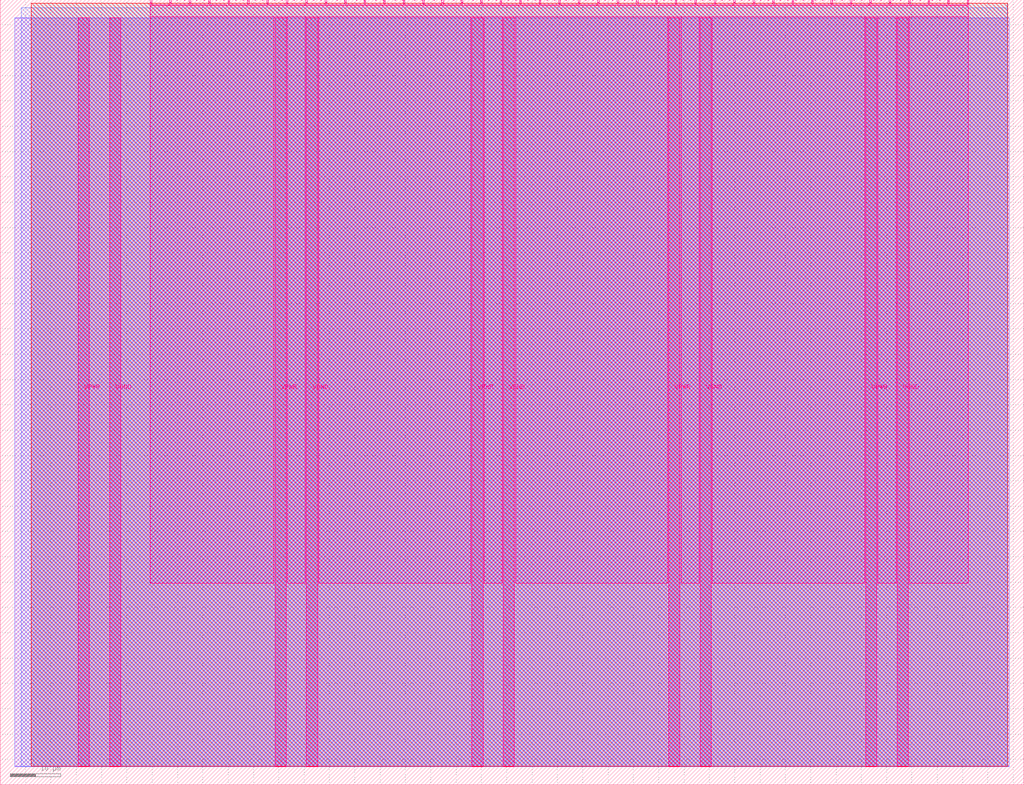
<source format=lef>
VERSION 5.7 ;
  NOWIREEXTENSIONATPIN ON ;
  DIVIDERCHAR "/" ;
  BUSBITCHARS "[]" ;
MACRO tt_um_histogramming
  CLASS BLOCK ;
  FOREIGN tt_um_histogramming ;
  ORIGIN 0.000 0.000 ;
  SIZE 202.080 BY 154.980 ;
  PIN VGND
    DIRECTION INOUT ;
    USE GROUND ;
    PORT
      LAYER Metal5 ;
        RECT 21.580 3.560 23.780 151.420 ;
    END
    PORT
      LAYER Metal5 ;
        RECT 60.450 3.560 62.650 151.420 ;
    END
    PORT
      LAYER Metal5 ;
        RECT 99.320 3.560 101.520 151.420 ;
    END
    PORT
      LAYER Metal5 ;
        RECT 138.190 3.560 140.390 151.420 ;
    END
    PORT
      LAYER Metal5 ;
        RECT 177.060 3.560 179.260 151.420 ;
    END
  END VGND
  PIN VPWR
    DIRECTION INOUT ;
    USE POWER ;
    PORT
      LAYER Metal5 ;
        RECT 15.380 3.560 17.580 151.420 ;
    END
    PORT
      LAYER Metal5 ;
        RECT 54.250 3.560 56.450 151.420 ;
    END
    PORT
      LAYER Metal5 ;
        RECT 93.120 3.560 95.320 151.420 ;
    END
    PORT
      LAYER Metal5 ;
        RECT 131.990 3.560 134.190 151.420 ;
    END
    PORT
      LAYER Metal5 ;
        RECT 170.860 3.560 173.060 151.420 ;
    END
  END VPWR
  PIN clk
    DIRECTION INPUT ;
    USE SIGNAL ;
    ANTENNAGATEAREA 0.213200 ;
    PORT
      LAYER Metal5 ;
        RECT 187.050 153.980 187.350 154.980 ;
    END
  END clk
  PIN ena
    DIRECTION INPUT ;
    USE SIGNAL ;
    ANTENNAGATEAREA 0.213200 ;
    PORT
      LAYER Metal5 ;
        RECT 190.890 153.980 191.190 154.980 ;
    END
  END ena
  PIN rst_n
    DIRECTION INPUT ;
    USE SIGNAL ;
    ANTENNAGATEAREA 0.213200 ;
    PORT
      LAYER Metal5 ;
        RECT 183.210 153.980 183.510 154.980 ;
    END
  END rst_n
  PIN ui_in[0]
    DIRECTION INPUT ;
    USE SIGNAL ;
    ANTENNAGATEAREA 0.180700 ;
    PORT
      LAYER Metal5 ;
        RECT 179.370 153.980 179.670 154.980 ;
    END
  END ui_in[0]
  PIN ui_in[1]
    DIRECTION INPUT ;
    USE SIGNAL ;
    ANTENNAGATEAREA 0.213200 ;
    PORT
      LAYER Metal5 ;
        RECT 175.530 153.980 175.830 154.980 ;
    END
  END ui_in[1]
  PIN ui_in[2]
    DIRECTION INPUT ;
    USE SIGNAL ;
    ANTENNAGATEAREA 0.213200 ;
    PORT
      LAYER Metal5 ;
        RECT 171.690 153.980 171.990 154.980 ;
    END
  END ui_in[2]
  PIN ui_in[3]
    DIRECTION INPUT ;
    USE SIGNAL ;
    ANTENNAGATEAREA 0.213200 ;
    PORT
      LAYER Metal5 ;
        RECT 167.850 153.980 168.150 154.980 ;
    END
  END ui_in[3]
  PIN ui_in[4]
    DIRECTION INPUT ;
    USE SIGNAL ;
    ANTENNAGATEAREA 0.180700 ;
    PORT
      LAYER Metal5 ;
        RECT 164.010 153.980 164.310 154.980 ;
    END
  END ui_in[4]
  PIN ui_in[5]
    DIRECTION INPUT ;
    USE SIGNAL ;
    ANTENNAGATEAREA 0.361400 ;
    PORT
      LAYER Metal5 ;
        RECT 160.170 153.980 160.470 154.980 ;
    END
  END ui_in[5]
  PIN ui_in[6]
    DIRECTION INPUT ;
    USE SIGNAL ;
    PORT
      LAYER Metal5 ;
        RECT 156.330 153.980 156.630 154.980 ;
    END
  END ui_in[6]
  PIN ui_in[7]
    DIRECTION INPUT ;
    USE SIGNAL ;
    ANTENNAGATEAREA 0.180700 ;
    PORT
      LAYER Metal5 ;
        RECT 152.490 153.980 152.790 154.980 ;
    END
  END ui_in[7]
  PIN uio_in[0]
    DIRECTION INPUT ;
    USE SIGNAL ;
    PORT
      LAYER Metal5 ;
        RECT 148.650 153.980 148.950 154.980 ;
    END
  END uio_in[0]
  PIN uio_in[1]
    DIRECTION INPUT ;
    USE SIGNAL ;
    PORT
      LAYER Metal5 ;
        RECT 144.810 153.980 145.110 154.980 ;
    END
  END uio_in[1]
  PIN uio_in[2]
    DIRECTION INPUT ;
    USE SIGNAL ;
    PORT
      LAYER Metal5 ;
        RECT 140.970 153.980 141.270 154.980 ;
    END
  END uio_in[2]
  PIN uio_in[3]
    DIRECTION INPUT ;
    USE SIGNAL ;
    PORT
      LAYER Metal5 ;
        RECT 137.130 153.980 137.430 154.980 ;
    END
  END uio_in[3]
  PIN uio_in[4]
    DIRECTION INPUT ;
    USE SIGNAL ;
    PORT
      LAYER Metal5 ;
        RECT 133.290 153.980 133.590 154.980 ;
    END
  END uio_in[4]
  PIN uio_in[5]
    DIRECTION INPUT ;
    USE SIGNAL ;
    PORT
      LAYER Metal5 ;
        RECT 129.450 153.980 129.750 154.980 ;
    END
  END uio_in[5]
  PIN uio_in[6]
    DIRECTION INPUT ;
    USE SIGNAL ;
    PORT
      LAYER Metal5 ;
        RECT 125.610 153.980 125.910 154.980 ;
    END
  END uio_in[6]
  PIN uio_in[7]
    DIRECTION INPUT ;
    USE SIGNAL ;
    PORT
      LAYER Metal5 ;
        RECT 121.770 153.980 122.070 154.980 ;
    END
  END uio_in[7]
  PIN uio_oe[0]
    DIRECTION OUTPUT ;
    USE SIGNAL ;
    ANTENNADIFFAREA 0.392700 ;
    PORT
      LAYER Metal5 ;
        RECT 56.490 153.980 56.790 154.980 ;
    END
  END uio_oe[0]
  PIN uio_oe[1]
    DIRECTION OUTPUT ;
    USE SIGNAL ;
    ANTENNADIFFAREA 0.392700 ;
    PORT
      LAYER Metal5 ;
        RECT 52.650 153.980 52.950 154.980 ;
    END
  END uio_oe[1]
  PIN uio_oe[2]
    DIRECTION OUTPUT ;
    USE SIGNAL ;
    ANTENNADIFFAREA 0.392700 ;
    PORT
      LAYER Metal5 ;
        RECT 48.810 153.980 49.110 154.980 ;
    END
  END uio_oe[2]
  PIN uio_oe[3]
    DIRECTION OUTPUT ;
    USE SIGNAL ;
    ANTENNADIFFAREA 0.392700 ;
    PORT
      LAYER Metal5 ;
        RECT 44.970 153.980 45.270 154.980 ;
    END
  END uio_oe[3]
  PIN uio_oe[4]
    DIRECTION OUTPUT ;
    USE SIGNAL ;
    ANTENNADIFFAREA 0.392700 ;
    PORT
      LAYER Metal5 ;
        RECT 41.130 153.980 41.430 154.980 ;
    END
  END uio_oe[4]
  PIN uio_oe[5]
    DIRECTION OUTPUT ;
    USE SIGNAL ;
    ANTENNADIFFAREA 0.392700 ;
    PORT
      LAYER Metal5 ;
        RECT 37.290 153.980 37.590 154.980 ;
    END
  END uio_oe[5]
  PIN uio_oe[6]
    DIRECTION OUTPUT ;
    USE SIGNAL ;
    ANTENNADIFFAREA 0.392700 ;
    PORT
      LAYER Metal5 ;
        RECT 33.450 153.980 33.750 154.980 ;
    END
  END uio_oe[6]
  PIN uio_oe[7]
    DIRECTION OUTPUT ;
    USE SIGNAL ;
    ANTENNADIFFAREA 0.392700 ;
    PORT
      LAYER Metal5 ;
        RECT 29.610 153.980 29.910 154.980 ;
    END
  END uio_oe[7]
  PIN uio_out[0]
    DIRECTION OUTPUT ;
    USE SIGNAL ;
    ANTENNADIFFAREA 0.299200 ;
    PORT
      LAYER Metal5 ;
        RECT 87.210 153.980 87.510 154.980 ;
    END
  END uio_out[0]
  PIN uio_out[1]
    DIRECTION OUTPUT ;
    USE SIGNAL ;
    ANTENNADIFFAREA 0.299200 ;
    PORT
      LAYER Metal5 ;
        RECT 83.370 153.980 83.670 154.980 ;
    END
  END uio_out[1]
  PIN uio_out[2]
    DIRECTION OUTPUT ;
    USE SIGNAL ;
    ANTENNADIFFAREA 0.654800 ;
    PORT
      LAYER Metal5 ;
        RECT 79.530 153.980 79.830 154.980 ;
    END
  END uio_out[2]
  PIN uio_out[3]
    DIRECTION OUTPUT ;
    USE SIGNAL ;
    ANTENNADIFFAREA 0.654800 ;
    PORT
      LAYER Metal5 ;
        RECT 75.690 153.980 75.990 154.980 ;
    END
  END uio_out[3]
  PIN uio_out[4]
    DIRECTION OUTPUT ;
    USE SIGNAL ;
    ANTENNADIFFAREA 0.654800 ;
    PORT
      LAYER Metal5 ;
        RECT 71.850 153.980 72.150 154.980 ;
    END
  END uio_out[4]
  PIN uio_out[5]
    DIRECTION OUTPUT ;
    USE SIGNAL ;
    ANTENNADIFFAREA 0.299200 ;
    PORT
      LAYER Metal5 ;
        RECT 68.010 153.980 68.310 154.980 ;
    END
  END uio_out[5]
  PIN uio_out[6]
    DIRECTION OUTPUT ;
    USE SIGNAL ;
    ANTENNADIFFAREA 0.299200 ;
    PORT
      LAYER Metal5 ;
        RECT 64.170 153.980 64.470 154.980 ;
    END
  END uio_out[6]
  PIN uio_out[7]
    DIRECTION OUTPUT ;
    USE SIGNAL ;
    ANTENNADIFFAREA 0.299200 ;
    PORT
      LAYER Metal5 ;
        RECT 60.330 153.980 60.630 154.980 ;
    END
  END uio_out[7]
  PIN uo_out[0]
    DIRECTION OUTPUT ;
    USE SIGNAL ;
    ANTENNAGATEAREA 0.109200 ;
    ANTENNADIFFAREA 0.632400 ;
    PORT
      LAYER Metal5 ;
        RECT 117.930 153.980 118.230 154.980 ;
    END
  END uo_out[0]
  PIN uo_out[1]
    DIRECTION OUTPUT ;
    USE SIGNAL ;
    ANTENNAGATEAREA 0.109200 ;
    ANTENNADIFFAREA 0.632400 ;
    PORT
      LAYER Metal5 ;
        RECT 114.090 153.980 114.390 154.980 ;
    END
  END uo_out[1]
  PIN uo_out[2]
    DIRECTION OUTPUT ;
    USE SIGNAL ;
    ANTENNAGATEAREA 0.109200 ;
    ANTENNADIFFAREA 0.632400 ;
    PORT
      LAYER Metal5 ;
        RECT 110.250 153.980 110.550 154.980 ;
    END
  END uo_out[2]
  PIN uo_out[3]
    DIRECTION OUTPUT ;
    USE SIGNAL ;
    ANTENNAGATEAREA 0.109200 ;
    ANTENNADIFFAREA 0.632400 ;
    PORT
      LAYER Metal5 ;
        RECT 106.410 153.980 106.710 154.980 ;
    END
  END uo_out[3]
  PIN uo_out[4]
    DIRECTION OUTPUT ;
    USE SIGNAL ;
    ANTENNADIFFAREA 0.299200 ;
    PORT
      LAYER Metal5 ;
        RECT 102.570 153.980 102.870 154.980 ;
    END
  END uo_out[4]
  PIN uo_out[5]
    DIRECTION OUTPUT ;
    USE SIGNAL ;
    ANTENNADIFFAREA 0.299200 ;
    PORT
      LAYER Metal5 ;
        RECT 98.730 153.980 99.030 154.980 ;
    END
  END uo_out[5]
  PIN uo_out[6]
    DIRECTION OUTPUT ;
    USE SIGNAL ;
    ANTENNADIFFAREA 0.299200 ;
    PORT
      LAYER Metal5 ;
        RECT 94.890 153.980 95.190 154.980 ;
    END
  END uo_out[6]
  PIN uo_out[7]
    DIRECTION OUTPUT ;
    USE SIGNAL ;
    ANTENNADIFFAREA 0.299200 ;
    PORT
      LAYER Metal5 ;
        RECT 91.050 153.980 91.350 154.980 ;
    END
  END uo_out[7]
  OBS
      LAYER GatPoly ;
        RECT 2.880 3.630 199.200 151.350 ;
      LAYER Metal1 ;
        RECT 2.880 3.560 199.200 151.420 ;
      LAYER Metal2 ;
        RECT 4.130 3.680 198.865 153.400 ;
      LAYER Metal3 ;
        RECT 6.140 3.635 198.820 154.285 ;
      LAYER Metal4 ;
        RECT 6.095 3.680 198.865 154.240 ;
      LAYER Metal5 ;
        RECT 30.120 153.770 33.240 153.980 ;
        RECT 33.960 153.770 37.080 153.980 ;
        RECT 37.800 153.770 40.920 153.980 ;
        RECT 41.640 153.770 44.760 153.980 ;
        RECT 45.480 153.770 48.600 153.980 ;
        RECT 49.320 153.770 52.440 153.980 ;
        RECT 53.160 153.770 56.280 153.980 ;
        RECT 57.000 153.770 60.120 153.980 ;
        RECT 60.840 153.770 63.960 153.980 ;
        RECT 64.680 153.770 67.800 153.980 ;
        RECT 68.520 153.770 71.640 153.980 ;
        RECT 72.360 153.770 75.480 153.980 ;
        RECT 76.200 153.770 79.320 153.980 ;
        RECT 80.040 153.770 83.160 153.980 ;
        RECT 83.880 153.770 87.000 153.980 ;
        RECT 87.720 153.770 90.840 153.980 ;
        RECT 91.560 153.770 94.680 153.980 ;
        RECT 95.400 153.770 98.520 153.980 ;
        RECT 99.240 153.770 102.360 153.980 ;
        RECT 103.080 153.770 106.200 153.980 ;
        RECT 106.920 153.770 110.040 153.980 ;
        RECT 110.760 153.770 113.880 153.980 ;
        RECT 114.600 153.770 117.720 153.980 ;
        RECT 118.440 153.770 121.560 153.980 ;
        RECT 122.280 153.770 125.400 153.980 ;
        RECT 126.120 153.770 129.240 153.980 ;
        RECT 129.960 153.770 133.080 153.980 ;
        RECT 133.800 153.770 136.920 153.980 ;
        RECT 137.640 153.770 140.760 153.980 ;
        RECT 141.480 153.770 144.600 153.980 ;
        RECT 145.320 153.770 148.440 153.980 ;
        RECT 149.160 153.770 152.280 153.980 ;
        RECT 153.000 153.770 156.120 153.980 ;
        RECT 156.840 153.770 159.960 153.980 ;
        RECT 160.680 153.770 163.800 153.980 ;
        RECT 164.520 153.770 167.640 153.980 ;
        RECT 168.360 153.770 171.480 153.980 ;
        RECT 172.200 153.770 175.320 153.980 ;
        RECT 176.040 153.770 179.160 153.980 ;
        RECT 179.880 153.770 183.000 153.980 ;
        RECT 183.720 153.770 186.840 153.980 ;
        RECT 187.560 153.770 190.680 153.980 ;
        RECT 29.660 151.630 191.140 153.770 ;
        RECT 29.660 39.755 54.040 151.630 ;
        RECT 56.660 39.755 60.240 151.630 ;
        RECT 62.860 39.755 92.910 151.630 ;
        RECT 95.530 39.755 99.110 151.630 ;
        RECT 101.730 39.755 131.780 151.630 ;
        RECT 134.400 39.755 137.980 151.630 ;
        RECT 140.600 39.755 170.650 151.630 ;
        RECT 173.270 39.755 176.850 151.630 ;
        RECT 179.470 39.755 191.140 151.630 ;
  END
END tt_um_histogramming
END LIBRARY


</source>
